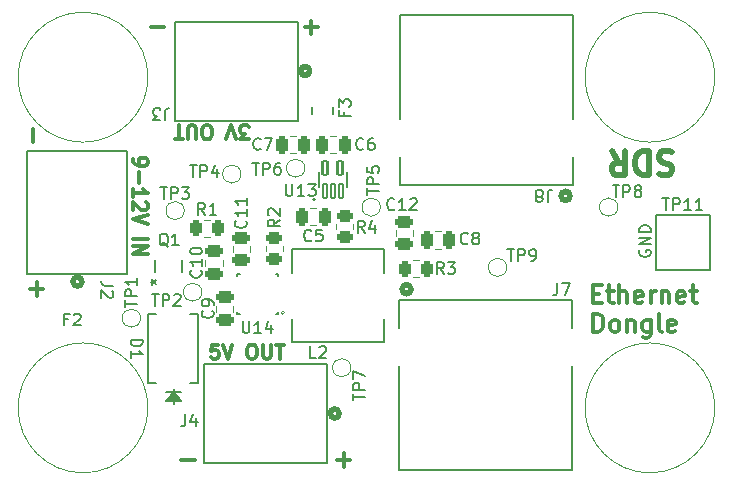
<source format=gto>
G04 #@! TF.GenerationSoftware,KiCad,Pcbnew,8.0.6*
G04 #@! TF.CreationDate,2025-03-29T16:44:26-07:00*
G04 #@! TF.ProjectId,RCA Radio Telescope,52434120-5261-4646-996f-2054656c6573,2.2*
G04 #@! TF.SameCoordinates,Original*
G04 #@! TF.FileFunction,Legend,Top*
G04 #@! TF.FilePolarity,Positive*
%FSLAX46Y46*%
G04 Gerber Fmt 4.6, Leading zero omitted, Abs format (unit mm)*
G04 Created by KiCad (PCBNEW 8.0.6) date 2025-03-29 16:44:26*
%MOMM*%
%LPD*%
G01*
G04 APERTURE LIST*
G04 Aperture macros list*
%AMRoundRect*
0 Rectangle with rounded corners*
0 $1 Rounding radius*
0 $2 $3 $4 $5 $6 $7 $8 $9 X,Y pos of 4 corners*
0 Add a 4 corners polygon primitive as box body*
4,1,4,$2,$3,$4,$5,$6,$7,$8,$9,$2,$3,0*
0 Add four circle primitives for the rounded corners*
1,1,$1+$1,$2,$3*
1,1,$1+$1,$4,$5*
1,1,$1+$1,$6,$7*
1,1,$1+$1,$8,$9*
0 Add four rect primitives between the rounded corners*
20,1,$1+$1,$2,$3,$4,$5,0*
20,1,$1+$1,$4,$5,$6,$7,0*
20,1,$1+$1,$6,$7,$8,$9,0*
20,1,$1+$1,$8,$9,$2,$3,0*%
G04 Aperture macros list end*
%ADD10C,0.100000*%
%ADD11C,0.500000*%
%ADD12C,0.375000*%
%ADD13C,0.300000*%
%ADD14C,0.150000*%
%ADD15C,0.152400*%
%ADD16C,0.508000*%
%ADD17C,0.120000*%
%ADD18C,0.200000*%
%ADD19C,0.127000*%
%ADD20C,0.000000*%
%ADD21C,1.422400*%
%ADD22C,2.800000*%
%ADD23C,1.000000*%
%ADD24RoundRect,0.250000X0.250000X0.475000X-0.250000X0.475000X-0.250000X-0.475000X0.250000X-0.475000X0*%
%ADD25R,4.000000X4.000000*%
%ADD26RoundRect,0.250000X0.475000X-0.250000X0.475000X0.250000X-0.475000X0.250000X-0.475000X-0.250000X0*%
%ADD27C,1.360000*%
%ADD28R,0.406400X0.508000*%
%ADD29R,0.279400X0.914400*%
%ADD30C,1.803400*%
%ADD31R,1.257300X3.251200*%
%ADD32RoundRect,0.250000X-0.475000X0.250000X-0.475000X-0.250000X0.475000X-0.250000X0.475000X0.250000X0*%
%ADD33RoundRect,0.250000X-0.262500X-0.450000X0.262500X-0.450000X0.262500X0.450000X-0.262500X0.450000X0*%
%ADD34RoundRect,0.250000X0.262500X0.450000X-0.262500X0.450000X-0.262500X-0.450000X0.262500X-0.450000X0*%
%ADD35RoundRect,0.250000X-0.450000X0.262500X-0.450000X-0.262500X0.450000X-0.262500X0.450000X0.262500X0*%
%ADD36R,0.599999X0.240000*%
%ADD37R,0.240000X0.599999*%
%ADD38R,1.679999X1.679999*%
%ADD39C,0.600000*%
%ADD40RoundRect,0.102000X0.187500X-0.585000X0.187500X0.585000X-0.187500X0.585000X-0.187500X-0.585000X0*%
%ADD41RoundRect,0.102000X0.150000X-0.585000X0.150000X0.585000X-0.150000X0.585000X-0.150000X-0.585000X0*%
%ADD42RoundRect,0.102000X0.200000X-0.585000X0.200000X0.585000X-0.200000X0.585000X-0.200000X-0.585000X0*%
%ADD43RoundRect,0.250000X-0.250000X-0.475000X0.250000X-0.475000X0.250000X0.475000X-0.250000X0.475000X0*%
%ADD44R,2.210000X2.180400*%
%ADD45R,1.498600X0.990600*%
G04 APERTURE END LIST*
D10*
X73500000Y-48000000D02*
G75*
G02*
X62500000Y-48000000I-5500000J0D01*
G01*
X62500000Y-48000000D02*
G75*
G02*
X73500000Y-48000000I5500000J0D01*
G01*
X25500000Y-48000000D02*
G75*
G02*
X14500000Y-48000000I-5500000J0D01*
G01*
X14500000Y-48000000D02*
G75*
G02*
X25500000Y-48000000I5500000J0D01*
G01*
X25500000Y-20000000D02*
G75*
G02*
X14500000Y-20000000I-5500000J0D01*
G01*
X14500000Y-20000000D02*
G75*
G02*
X25500000Y-20000000I5500000J0D01*
G01*
X73500000Y-20000000D02*
G75*
G02*
X62500000Y-20000000I-5500000J0D01*
G01*
X62500000Y-20000000D02*
G75*
G02*
X73500000Y-20000000I5500000J0D01*
G01*
D11*
X69890100Y-26366000D02*
X69604386Y-26270761D01*
X69604386Y-26270761D02*
X69128195Y-26270761D01*
X69128195Y-26270761D02*
X68937719Y-26366000D01*
X68937719Y-26366000D02*
X68842481Y-26461238D01*
X68842481Y-26461238D02*
X68747243Y-26651714D01*
X68747243Y-26651714D02*
X68747243Y-26842190D01*
X68747243Y-26842190D02*
X68842481Y-27032666D01*
X68842481Y-27032666D02*
X68937719Y-27127904D01*
X68937719Y-27127904D02*
X69128195Y-27223142D01*
X69128195Y-27223142D02*
X69509148Y-27318380D01*
X69509148Y-27318380D02*
X69699624Y-27413619D01*
X69699624Y-27413619D02*
X69794862Y-27508857D01*
X69794862Y-27508857D02*
X69890100Y-27699333D01*
X69890100Y-27699333D02*
X69890100Y-27889809D01*
X69890100Y-27889809D02*
X69794862Y-28080285D01*
X69794862Y-28080285D02*
X69699624Y-28175523D01*
X69699624Y-28175523D02*
X69509148Y-28270761D01*
X69509148Y-28270761D02*
X69032957Y-28270761D01*
X69032957Y-28270761D02*
X68747243Y-28175523D01*
X67890100Y-26270761D02*
X67890100Y-28270761D01*
X67890100Y-28270761D02*
X67413910Y-28270761D01*
X67413910Y-28270761D02*
X67128195Y-28175523D01*
X67128195Y-28175523D02*
X66937719Y-27985047D01*
X66937719Y-27985047D02*
X66842481Y-27794571D01*
X66842481Y-27794571D02*
X66747243Y-27413619D01*
X66747243Y-27413619D02*
X66747243Y-27127904D01*
X66747243Y-27127904D02*
X66842481Y-26746952D01*
X66842481Y-26746952D02*
X66937719Y-26556476D01*
X66937719Y-26556476D02*
X67128195Y-26366000D01*
X67128195Y-26366000D02*
X67413910Y-26270761D01*
X67413910Y-26270761D02*
X67890100Y-26270761D01*
X64747243Y-26270761D02*
X65413910Y-27223142D01*
X65890100Y-26270761D02*
X65890100Y-28270761D01*
X65890100Y-28270761D02*
X65128195Y-28270761D01*
X65128195Y-28270761D02*
X64937719Y-28175523D01*
X64937719Y-28175523D02*
X64842481Y-28080285D01*
X64842481Y-28080285D02*
X64747243Y-27889809D01*
X64747243Y-27889809D02*
X64747243Y-27604095D01*
X64747243Y-27604095D02*
X64842481Y-27413619D01*
X64842481Y-27413619D02*
X64937719Y-27318380D01*
X64937719Y-27318380D02*
X65128195Y-27223142D01*
X65128195Y-27223142D02*
X65890100Y-27223142D01*
D12*
X26896147Y-15774500D02*
X25753290Y-15774500D01*
X41503852Y-52425500D02*
X42646710Y-52425500D01*
X42075281Y-52996928D02*
X42075281Y-51854071D01*
X39896147Y-15774500D02*
X38753290Y-15774500D01*
X39324718Y-15203071D02*
X39324718Y-16345928D01*
X16072501Y-37353852D02*
X16072501Y-38496710D01*
X15501072Y-37925281D02*
X16643929Y-37925281D01*
X28303852Y-52425500D02*
X29446710Y-52425500D01*
D13*
X24262457Y-26940225D02*
X24262457Y-27168796D01*
X24262457Y-27168796D02*
X24319600Y-27283082D01*
X24319600Y-27283082D02*
X24376742Y-27340225D01*
X24376742Y-27340225D02*
X24548171Y-27454510D01*
X24548171Y-27454510D02*
X24776742Y-27511653D01*
X24776742Y-27511653D02*
X25233885Y-27511653D01*
X25233885Y-27511653D02*
X25348171Y-27454510D01*
X25348171Y-27454510D02*
X25405314Y-27397368D01*
X25405314Y-27397368D02*
X25462457Y-27283082D01*
X25462457Y-27283082D02*
X25462457Y-27054510D01*
X25462457Y-27054510D02*
X25405314Y-26940225D01*
X25405314Y-26940225D02*
X25348171Y-26883082D01*
X25348171Y-26883082D02*
X25233885Y-26825939D01*
X25233885Y-26825939D02*
X24948171Y-26825939D01*
X24948171Y-26825939D02*
X24833885Y-26883082D01*
X24833885Y-26883082D02*
X24776742Y-26940225D01*
X24776742Y-26940225D02*
X24719600Y-27054510D01*
X24719600Y-27054510D02*
X24719600Y-27283082D01*
X24719600Y-27283082D02*
X24776742Y-27397368D01*
X24776742Y-27397368D02*
X24833885Y-27454510D01*
X24833885Y-27454510D02*
X24948171Y-27511653D01*
X24719600Y-28025939D02*
X24719600Y-28940225D01*
X24262457Y-30140224D02*
X24262457Y-29454510D01*
X24262457Y-29797367D02*
X25462457Y-29797367D01*
X25462457Y-29797367D02*
X25291028Y-29683081D01*
X25291028Y-29683081D02*
X25176742Y-29568796D01*
X25176742Y-29568796D02*
X25119600Y-29454510D01*
X25348171Y-30597367D02*
X25405314Y-30654510D01*
X25405314Y-30654510D02*
X25462457Y-30768796D01*
X25462457Y-30768796D02*
X25462457Y-31054510D01*
X25462457Y-31054510D02*
X25405314Y-31168796D01*
X25405314Y-31168796D02*
X25348171Y-31225938D01*
X25348171Y-31225938D02*
X25233885Y-31283081D01*
X25233885Y-31283081D02*
X25119600Y-31283081D01*
X25119600Y-31283081D02*
X24948171Y-31225938D01*
X24948171Y-31225938D02*
X24262457Y-30540224D01*
X24262457Y-30540224D02*
X24262457Y-31283081D01*
X25462457Y-31625938D02*
X24262457Y-32025938D01*
X24262457Y-32025938D02*
X25462457Y-32425938D01*
X24262457Y-33740224D02*
X25462457Y-33740224D01*
X24262457Y-34311653D02*
X25462457Y-34311653D01*
X25462457Y-34311653D02*
X24262457Y-34997367D01*
X24262457Y-34997367D02*
X25462457Y-34997367D01*
D12*
X63203852Y-38346298D02*
X63703852Y-38346298D01*
X63918138Y-39132012D02*
X63203852Y-39132012D01*
X63203852Y-39132012D02*
X63203852Y-37632012D01*
X63203852Y-37632012D02*
X63918138Y-37632012D01*
X64346710Y-38132012D02*
X64918138Y-38132012D01*
X64560995Y-37632012D02*
X64560995Y-38917726D01*
X64560995Y-38917726D02*
X64632424Y-39060584D01*
X64632424Y-39060584D02*
X64775281Y-39132012D01*
X64775281Y-39132012D02*
X64918138Y-39132012D01*
X65418138Y-39132012D02*
X65418138Y-37632012D01*
X66060996Y-39132012D02*
X66060996Y-38346298D01*
X66060996Y-38346298D02*
X65989567Y-38203441D01*
X65989567Y-38203441D02*
X65846710Y-38132012D01*
X65846710Y-38132012D02*
X65632424Y-38132012D01*
X65632424Y-38132012D02*
X65489567Y-38203441D01*
X65489567Y-38203441D02*
X65418138Y-38274869D01*
X67346710Y-39060584D02*
X67203853Y-39132012D01*
X67203853Y-39132012D02*
X66918139Y-39132012D01*
X66918139Y-39132012D02*
X66775281Y-39060584D01*
X66775281Y-39060584D02*
X66703853Y-38917726D01*
X66703853Y-38917726D02*
X66703853Y-38346298D01*
X66703853Y-38346298D02*
X66775281Y-38203441D01*
X66775281Y-38203441D02*
X66918139Y-38132012D01*
X66918139Y-38132012D02*
X67203853Y-38132012D01*
X67203853Y-38132012D02*
X67346710Y-38203441D01*
X67346710Y-38203441D02*
X67418139Y-38346298D01*
X67418139Y-38346298D02*
X67418139Y-38489155D01*
X67418139Y-38489155D02*
X66703853Y-38632012D01*
X68060995Y-39132012D02*
X68060995Y-38132012D01*
X68060995Y-38417726D02*
X68132424Y-38274869D01*
X68132424Y-38274869D02*
X68203853Y-38203441D01*
X68203853Y-38203441D02*
X68346710Y-38132012D01*
X68346710Y-38132012D02*
X68489567Y-38132012D01*
X68989566Y-38132012D02*
X68989566Y-39132012D01*
X68989566Y-38274869D02*
X69060995Y-38203441D01*
X69060995Y-38203441D02*
X69203852Y-38132012D01*
X69203852Y-38132012D02*
X69418138Y-38132012D01*
X69418138Y-38132012D02*
X69560995Y-38203441D01*
X69560995Y-38203441D02*
X69632424Y-38346298D01*
X69632424Y-38346298D02*
X69632424Y-39132012D01*
X70918138Y-39060584D02*
X70775281Y-39132012D01*
X70775281Y-39132012D02*
X70489567Y-39132012D01*
X70489567Y-39132012D02*
X70346709Y-39060584D01*
X70346709Y-39060584D02*
X70275281Y-38917726D01*
X70275281Y-38917726D02*
X70275281Y-38346298D01*
X70275281Y-38346298D02*
X70346709Y-38203441D01*
X70346709Y-38203441D02*
X70489567Y-38132012D01*
X70489567Y-38132012D02*
X70775281Y-38132012D01*
X70775281Y-38132012D02*
X70918138Y-38203441D01*
X70918138Y-38203441D02*
X70989567Y-38346298D01*
X70989567Y-38346298D02*
X70989567Y-38489155D01*
X70989567Y-38489155D02*
X70275281Y-38632012D01*
X71418138Y-38132012D02*
X71989566Y-38132012D01*
X71632423Y-37632012D02*
X71632423Y-38917726D01*
X71632423Y-38917726D02*
X71703852Y-39060584D01*
X71703852Y-39060584D02*
X71846709Y-39132012D01*
X71846709Y-39132012D02*
X71989566Y-39132012D01*
X63203852Y-41546928D02*
X63203852Y-40046928D01*
X63203852Y-40046928D02*
X63560995Y-40046928D01*
X63560995Y-40046928D02*
X63775281Y-40118357D01*
X63775281Y-40118357D02*
X63918138Y-40261214D01*
X63918138Y-40261214D02*
X63989567Y-40404071D01*
X63989567Y-40404071D02*
X64060995Y-40689785D01*
X64060995Y-40689785D02*
X64060995Y-40904071D01*
X64060995Y-40904071D02*
X63989567Y-41189785D01*
X63989567Y-41189785D02*
X63918138Y-41332642D01*
X63918138Y-41332642D02*
X63775281Y-41475500D01*
X63775281Y-41475500D02*
X63560995Y-41546928D01*
X63560995Y-41546928D02*
X63203852Y-41546928D01*
X64918138Y-41546928D02*
X64775281Y-41475500D01*
X64775281Y-41475500D02*
X64703852Y-41404071D01*
X64703852Y-41404071D02*
X64632424Y-41261214D01*
X64632424Y-41261214D02*
X64632424Y-40832642D01*
X64632424Y-40832642D02*
X64703852Y-40689785D01*
X64703852Y-40689785D02*
X64775281Y-40618357D01*
X64775281Y-40618357D02*
X64918138Y-40546928D01*
X64918138Y-40546928D02*
X65132424Y-40546928D01*
X65132424Y-40546928D02*
X65275281Y-40618357D01*
X65275281Y-40618357D02*
X65346710Y-40689785D01*
X65346710Y-40689785D02*
X65418138Y-40832642D01*
X65418138Y-40832642D02*
X65418138Y-41261214D01*
X65418138Y-41261214D02*
X65346710Y-41404071D01*
X65346710Y-41404071D02*
X65275281Y-41475500D01*
X65275281Y-41475500D02*
X65132424Y-41546928D01*
X65132424Y-41546928D02*
X64918138Y-41546928D01*
X66060995Y-40546928D02*
X66060995Y-41546928D01*
X66060995Y-40689785D02*
X66132424Y-40618357D01*
X66132424Y-40618357D02*
X66275281Y-40546928D01*
X66275281Y-40546928D02*
X66489567Y-40546928D01*
X66489567Y-40546928D02*
X66632424Y-40618357D01*
X66632424Y-40618357D02*
X66703853Y-40761214D01*
X66703853Y-40761214D02*
X66703853Y-41546928D01*
X68060996Y-40546928D02*
X68060996Y-41761214D01*
X68060996Y-41761214D02*
X67989567Y-41904071D01*
X67989567Y-41904071D02*
X67918138Y-41975500D01*
X67918138Y-41975500D02*
X67775281Y-42046928D01*
X67775281Y-42046928D02*
X67560996Y-42046928D01*
X67560996Y-42046928D02*
X67418138Y-41975500D01*
X68060996Y-41475500D02*
X67918138Y-41546928D01*
X67918138Y-41546928D02*
X67632424Y-41546928D01*
X67632424Y-41546928D02*
X67489567Y-41475500D01*
X67489567Y-41475500D02*
X67418138Y-41404071D01*
X67418138Y-41404071D02*
X67346710Y-41261214D01*
X67346710Y-41261214D02*
X67346710Y-40832642D01*
X67346710Y-40832642D02*
X67418138Y-40689785D01*
X67418138Y-40689785D02*
X67489567Y-40618357D01*
X67489567Y-40618357D02*
X67632424Y-40546928D01*
X67632424Y-40546928D02*
X67918138Y-40546928D01*
X67918138Y-40546928D02*
X68060996Y-40618357D01*
X68989567Y-41546928D02*
X68846710Y-41475500D01*
X68846710Y-41475500D02*
X68775281Y-41332642D01*
X68775281Y-41332642D02*
X68775281Y-40046928D01*
X70132424Y-41475500D02*
X69989567Y-41546928D01*
X69989567Y-41546928D02*
X69703853Y-41546928D01*
X69703853Y-41546928D02*
X69560995Y-41475500D01*
X69560995Y-41475500D02*
X69489567Y-41332642D01*
X69489567Y-41332642D02*
X69489567Y-40761214D01*
X69489567Y-40761214D02*
X69560995Y-40618357D01*
X69560995Y-40618357D02*
X69703853Y-40546928D01*
X69703853Y-40546928D02*
X69989567Y-40546928D01*
X69989567Y-40546928D02*
X70132424Y-40618357D01*
X70132424Y-40618357D02*
X70203853Y-40761214D01*
X70203853Y-40761214D02*
X70203853Y-40904071D01*
X70203853Y-40904071D02*
X69489567Y-41046928D01*
D13*
X34031203Y-25262457D02*
X33288346Y-25262457D01*
X33288346Y-25262457D02*
X33688346Y-24805314D01*
X33688346Y-24805314D02*
X33516917Y-24805314D01*
X33516917Y-24805314D02*
X33402632Y-24748171D01*
X33402632Y-24748171D02*
X33345489Y-24691028D01*
X33345489Y-24691028D02*
X33288346Y-24576742D01*
X33288346Y-24576742D02*
X33288346Y-24291028D01*
X33288346Y-24291028D02*
X33345489Y-24176742D01*
X33345489Y-24176742D02*
X33402632Y-24119600D01*
X33402632Y-24119600D02*
X33516917Y-24062457D01*
X33516917Y-24062457D02*
X33859774Y-24062457D01*
X33859774Y-24062457D02*
X33974060Y-24119600D01*
X33974060Y-24119600D02*
X34031203Y-24176742D01*
X32945489Y-25262457D02*
X32545489Y-24062457D01*
X32545489Y-24062457D02*
X32145489Y-25262457D01*
X30602632Y-25262457D02*
X30374060Y-25262457D01*
X30374060Y-25262457D02*
X30259775Y-25205314D01*
X30259775Y-25205314D02*
X30145489Y-25091028D01*
X30145489Y-25091028D02*
X30088346Y-24862457D01*
X30088346Y-24862457D02*
X30088346Y-24462457D01*
X30088346Y-24462457D02*
X30145489Y-24233885D01*
X30145489Y-24233885D02*
X30259775Y-24119600D01*
X30259775Y-24119600D02*
X30374060Y-24062457D01*
X30374060Y-24062457D02*
X30602632Y-24062457D01*
X30602632Y-24062457D02*
X30716918Y-24119600D01*
X30716918Y-24119600D02*
X30831203Y-24233885D01*
X30831203Y-24233885D02*
X30888346Y-24462457D01*
X30888346Y-24462457D02*
X30888346Y-24862457D01*
X30888346Y-24862457D02*
X30831203Y-25091028D01*
X30831203Y-25091028D02*
X30716918Y-25205314D01*
X30716918Y-25205314D02*
X30602632Y-25262457D01*
X29574060Y-25262457D02*
X29574060Y-24291028D01*
X29574060Y-24291028D02*
X29516917Y-24176742D01*
X29516917Y-24176742D02*
X29459775Y-24119600D01*
X29459775Y-24119600D02*
X29345489Y-24062457D01*
X29345489Y-24062457D02*
X29116917Y-24062457D01*
X29116917Y-24062457D02*
X29002632Y-24119600D01*
X29002632Y-24119600D02*
X28945489Y-24176742D01*
X28945489Y-24176742D02*
X28888346Y-24291028D01*
X28888346Y-24291028D02*
X28888346Y-25262457D01*
X28488346Y-25262457D02*
X27802632Y-25262457D01*
X28145489Y-24062457D02*
X28145489Y-25262457D01*
D14*
X67117438Y-34639411D02*
X67069819Y-34734649D01*
X67069819Y-34734649D02*
X67069819Y-34877506D01*
X67069819Y-34877506D02*
X67117438Y-35020363D01*
X67117438Y-35020363D02*
X67212676Y-35115601D01*
X67212676Y-35115601D02*
X67307914Y-35163220D01*
X67307914Y-35163220D02*
X67498390Y-35210839D01*
X67498390Y-35210839D02*
X67641247Y-35210839D01*
X67641247Y-35210839D02*
X67831723Y-35163220D01*
X67831723Y-35163220D02*
X67926961Y-35115601D01*
X67926961Y-35115601D02*
X68022200Y-35020363D01*
X68022200Y-35020363D02*
X68069819Y-34877506D01*
X68069819Y-34877506D02*
X68069819Y-34782268D01*
X68069819Y-34782268D02*
X68022200Y-34639411D01*
X68022200Y-34639411D02*
X67974580Y-34591792D01*
X67974580Y-34591792D02*
X67641247Y-34591792D01*
X67641247Y-34591792D02*
X67641247Y-34782268D01*
X68069819Y-34163220D02*
X67069819Y-34163220D01*
X67069819Y-34163220D02*
X68069819Y-33591792D01*
X68069819Y-33591792D02*
X67069819Y-33591792D01*
X68069819Y-33115601D02*
X67069819Y-33115601D01*
X67069819Y-33115601D02*
X67069819Y-32877506D01*
X67069819Y-32877506D02*
X67117438Y-32734649D01*
X67117438Y-32734649D02*
X67212676Y-32639411D01*
X67212676Y-32639411D02*
X67307914Y-32591792D01*
X67307914Y-32591792D02*
X67498390Y-32544173D01*
X67498390Y-32544173D02*
X67641247Y-32544173D01*
X67641247Y-32544173D02*
X67831723Y-32591792D01*
X67831723Y-32591792D02*
X67926961Y-32639411D01*
X67926961Y-32639411D02*
X68022200Y-32734649D01*
X68022200Y-32734649D02*
X68069819Y-32877506D01*
X68069819Y-32877506D02*
X68069819Y-33115601D01*
D13*
X31454510Y-42637542D02*
X30883082Y-42637542D01*
X30883082Y-42637542D02*
X30825939Y-43208971D01*
X30825939Y-43208971D02*
X30883082Y-43151828D01*
X30883082Y-43151828D02*
X30997368Y-43094685D01*
X30997368Y-43094685D02*
X31283082Y-43094685D01*
X31283082Y-43094685D02*
X31397368Y-43151828D01*
X31397368Y-43151828D02*
X31454510Y-43208971D01*
X31454510Y-43208971D02*
X31511653Y-43323257D01*
X31511653Y-43323257D02*
X31511653Y-43608971D01*
X31511653Y-43608971D02*
X31454510Y-43723257D01*
X31454510Y-43723257D02*
X31397368Y-43780400D01*
X31397368Y-43780400D02*
X31283082Y-43837542D01*
X31283082Y-43837542D02*
X30997368Y-43837542D01*
X30997368Y-43837542D02*
X30883082Y-43780400D01*
X30883082Y-43780400D02*
X30825939Y-43723257D01*
X31854510Y-42637542D02*
X32254510Y-43837542D01*
X32254510Y-43837542D02*
X32654510Y-42637542D01*
X34197367Y-42637542D02*
X34425939Y-42637542D01*
X34425939Y-42637542D02*
X34540224Y-42694685D01*
X34540224Y-42694685D02*
X34654510Y-42808971D01*
X34654510Y-42808971D02*
X34711653Y-43037542D01*
X34711653Y-43037542D02*
X34711653Y-43437542D01*
X34711653Y-43437542D02*
X34654510Y-43666114D01*
X34654510Y-43666114D02*
X34540224Y-43780400D01*
X34540224Y-43780400D02*
X34425939Y-43837542D01*
X34425939Y-43837542D02*
X34197367Y-43837542D01*
X34197367Y-43837542D02*
X34083082Y-43780400D01*
X34083082Y-43780400D02*
X33968796Y-43666114D01*
X33968796Y-43666114D02*
X33911653Y-43437542D01*
X33911653Y-43437542D02*
X33911653Y-43037542D01*
X33911653Y-43037542D02*
X33968796Y-42808971D01*
X33968796Y-42808971D02*
X34083082Y-42694685D01*
X34083082Y-42694685D02*
X34197367Y-42637542D01*
X35225939Y-42637542D02*
X35225939Y-43608971D01*
X35225939Y-43608971D02*
X35283082Y-43723257D01*
X35283082Y-43723257D02*
X35340225Y-43780400D01*
X35340225Y-43780400D02*
X35454510Y-43837542D01*
X35454510Y-43837542D02*
X35683082Y-43837542D01*
X35683082Y-43837542D02*
X35797367Y-43780400D01*
X35797367Y-43780400D02*
X35854510Y-43723257D01*
X35854510Y-43723257D02*
X35911653Y-43608971D01*
X35911653Y-43608971D02*
X35911653Y-42637542D01*
X36311653Y-42637542D02*
X36997368Y-42637542D01*
X36654510Y-43837542D02*
X36654510Y-42637542D01*
D12*
X15774500Y-24353852D02*
X15774500Y-25496710D01*
D14*
X59333333Y-30545180D02*
X59333333Y-29830895D01*
X59333333Y-29830895D02*
X59380952Y-29688038D01*
X59380952Y-29688038D02*
X59476190Y-29592800D01*
X59476190Y-29592800D02*
X59619047Y-29545180D01*
X59619047Y-29545180D02*
X59714285Y-29545180D01*
X58714285Y-30116609D02*
X58809523Y-30164228D01*
X58809523Y-30164228D02*
X58857142Y-30211847D01*
X58857142Y-30211847D02*
X58904761Y-30307085D01*
X58904761Y-30307085D02*
X58904761Y-30354704D01*
X58904761Y-30354704D02*
X58857142Y-30449942D01*
X58857142Y-30449942D02*
X58809523Y-30497561D01*
X58809523Y-30497561D02*
X58714285Y-30545180D01*
X58714285Y-30545180D02*
X58523809Y-30545180D01*
X58523809Y-30545180D02*
X58428571Y-30497561D01*
X58428571Y-30497561D02*
X58380952Y-30449942D01*
X58380952Y-30449942D02*
X58333333Y-30354704D01*
X58333333Y-30354704D02*
X58333333Y-30307085D01*
X58333333Y-30307085D02*
X58380952Y-30211847D01*
X58380952Y-30211847D02*
X58428571Y-30164228D01*
X58428571Y-30164228D02*
X58523809Y-30116609D01*
X58523809Y-30116609D02*
X58714285Y-30116609D01*
X58714285Y-30116609D02*
X58809523Y-30068990D01*
X58809523Y-30068990D02*
X58857142Y-30021371D01*
X58857142Y-30021371D02*
X58904761Y-29926133D01*
X58904761Y-29926133D02*
X58904761Y-29735657D01*
X58904761Y-29735657D02*
X58857142Y-29640419D01*
X58857142Y-29640419D02*
X58809523Y-29592800D01*
X58809523Y-29592800D02*
X58714285Y-29545180D01*
X58714285Y-29545180D02*
X58523809Y-29545180D01*
X58523809Y-29545180D02*
X58428571Y-29592800D01*
X58428571Y-29592800D02*
X58380952Y-29640419D01*
X58380952Y-29640419D02*
X58333333Y-29735657D01*
X58333333Y-29735657D02*
X58333333Y-29926133D01*
X58333333Y-29926133D02*
X58380952Y-30021371D01*
X58380952Y-30021371D02*
X58428571Y-30068990D01*
X58428571Y-30068990D02*
X58523809Y-30116609D01*
X42854819Y-47361904D02*
X42854819Y-46790476D01*
X43854819Y-47076190D02*
X42854819Y-47076190D01*
X43854819Y-46457142D02*
X42854819Y-46457142D01*
X42854819Y-46457142D02*
X42854819Y-46076190D01*
X42854819Y-46076190D02*
X42902438Y-45980952D01*
X42902438Y-45980952D02*
X42950057Y-45933333D01*
X42950057Y-45933333D02*
X43045295Y-45885714D01*
X43045295Y-45885714D02*
X43188152Y-45885714D01*
X43188152Y-45885714D02*
X43283390Y-45933333D01*
X43283390Y-45933333D02*
X43331009Y-45980952D01*
X43331009Y-45980952D02*
X43378628Y-46076190D01*
X43378628Y-46076190D02*
X43378628Y-46457142D01*
X42854819Y-45552380D02*
X42854819Y-44885714D01*
X42854819Y-44885714D02*
X43854819Y-45314285D01*
X35033333Y-26059580D02*
X34985714Y-26107200D01*
X34985714Y-26107200D02*
X34842857Y-26154819D01*
X34842857Y-26154819D02*
X34747619Y-26154819D01*
X34747619Y-26154819D02*
X34604762Y-26107200D01*
X34604762Y-26107200D02*
X34509524Y-26011961D01*
X34509524Y-26011961D02*
X34461905Y-25916723D01*
X34461905Y-25916723D02*
X34414286Y-25726247D01*
X34414286Y-25726247D02*
X34414286Y-25583390D01*
X34414286Y-25583390D02*
X34461905Y-25392914D01*
X34461905Y-25392914D02*
X34509524Y-25297676D01*
X34509524Y-25297676D02*
X34604762Y-25202438D01*
X34604762Y-25202438D02*
X34747619Y-25154819D01*
X34747619Y-25154819D02*
X34842857Y-25154819D01*
X34842857Y-25154819D02*
X34985714Y-25202438D01*
X34985714Y-25202438D02*
X35033333Y-25250057D01*
X35366667Y-25154819D02*
X36033333Y-25154819D01*
X36033333Y-25154819D02*
X35604762Y-26154819D01*
X69061905Y-30254819D02*
X69633333Y-30254819D01*
X69347619Y-31254819D02*
X69347619Y-30254819D01*
X69966667Y-31254819D02*
X69966667Y-30254819D01*
X69966667Y-30254819D02*
X70347619Y-30254819D01*
X70347619Y-30254819D02*
X70442857Y-30302438D01*
X70442857Y-30302438D02*
X70490476Y-30350057D01*
X70490476Y-30350057D02*
X70538095Y-30445295D01*
X70538095Y-30445295D02*
X70538095Y-30588152D01*
X70538095Y-30588152D02*
X70490476Y-30683390D01*
X70490476Y-30683390D02*
X70442857Y-30731009D01*
X70442857Y-30731009D02*
X70347619Y-30778628D01*
X70347619Y-30778628D02*
X69966667Y-30778628D01*
X71490476Y-31254819D02*
X70919048Y-31254819D01*
X71204762Y-31254819D02*
X71204762Y-30254819D01*
X71204762Y-30254819D02*
X71109524Y-30397676D01*
X71109524Y-30397676D02*
X71014286Y-30492914D01*
X71014286Y-30492914D02*
X70919048Y-30540533D01*
X72442857Y-31254819D02*
X71871429Y-31254819D01*
X72157143Y-31254819D02*
X72157143Y-30254819D01*
X72157143Y-30254819D02*
X72061905Y-30397676D01*
X72061905Y-30397676D02*
X71966667Y-30492914D01*
X71966667Y-30492914D02*
X71871429Y-30540533D01*
X25838095Y-38354819D02*
X26409523Y-38354819D01*
X26123809Y-39354819D02*
X26123809Y-38354819D01*
X26742857Y-39354819D02*
X26742857Y-38354819D01*
X26742857Y-38354819D02*
X27123809Y-38354819D01*
X27123809Y-38354819D02*
X27219047Y-38402438D01*
X27219047Y-38402438D02*
X27266666Y-38450057D01*
X27266666Y-38450057D02*
X27314285Y-38545295D01*
X27314285Y-38545295D02*
X27314285Y-38688152D01*
X27314285Y-38688152D02*
X27266666Y-38783390D01*
X27266666Y-38783390D02*
X27219047Y-38831009D01*
X27219047Y-38831009D02*
X27123809Y-38878628D01*
X27123809Y-38878628D02*
X26742857Y-38878628D01*
X27695238Y-38450057D02*
X27742857Y-38402438D01*
X27742857Y-38402438D02*
X27838095Y-38354819D01*
X27838095Y-38354819D02*
X28076190Y-38354819D01*
X28076190Y-38354819D02*
X28171428Y-38402438D01*
X28171428Y-38402438D02*
X28219047Y-38450057D01*
X28219047Y-38450057D02*
X28266666Y-38545295D01*
X28266666Y-38545295D02*
X28266666Y-38640533D01*
X28266666Y-38640533D02*
X28219047Y-38783390D01*
X28219047Y-38783390D02*
X27647619Y-39354819D01*
X27647619Y-39354819D02*
X28266666Y-39354819D01*
X29959580Y-36342857D02*
X30007200Y-36390476D01*
X30007200Y-36390476D02*
X30054819Y-36533333D01*
X30054819Y-36533333D02*
X30054819Y-36628571D01*
X30054819Y-36628571D02*
X30007200Y-36771428D01*
X30007200Y-36771428D02*
X29911961Y-36866666D01*
X29911961Y-36866666D02*
X29816723Y-36914285D01*
X29816723Y-36914285D02*
X29626247Y-36961904D01*
X29626247Y-36961904D02*
X29483390Y-36961904D01*
X29483390Y-36961904D02*
X29292914Y-36914285D01*
X29292914Y-36914285D02*
X29197676Y-36866666D01*
X29197676Y-36866666D02*
X29102438Y-36771428D01*
X29102438Y-36771428D02*
X29054819Y-36628571D01*
X29054819Y-36628571D02*
X29054819Y-36533333D01*
X29054819Y-36533333D02*
X29102438Y-36390476D01*
X29102438Y-36390476D02*
X29150057Y-36342857D01*
X30054819Y-35390476D02*
X30054819Y-35961904D01*
X30054819Y-35676190D02*
X29054819Y-35676190D01*
X29054819Y-35676190D02*
X29197676Y-35771428D01*
X29197676Y-35771428D02*
X29292914Y-35866666D01*
X29292914Y-35866666D02*
X29340533Y-35961904D01*
X29054819Y-34771428D02*
X29054819Y-34676190D01*
X29054819Y-34676190D02*
X29102438Y-34580952D01*
X29102438Y-34580952D02*
X29150057Y-34533333D01*
X29150057Y-34533333D02*
X29245295Y-34485714D01*
X29245295Y-34485714D02*
X29435771Y-34438095D01*
X29435771Y-34438095D02*
X29673866Y-34438095D01*
X29673866Y-34438095D02*
X29864342Y-34485714D01*
X29864342Y-34485714D02*
X29959580Y-34533333D01*
X29959580Y-34533333D02*
X30007200Y-34580952D01*
X30007200Y-34580952D02*
X30054819Y-34676190D01*
X30054819Y-34676190D02*
X30054819Y-34771428D01*
X30054819Y-34771428D02*
X30007200Y-34866666D01*
X30007200Y-34866666D02*
X29959580Y-34914285D01*
X29959580Y-34914285D02*
X29864342Y-34961904D01*
X29864342Y-34961904D02*
X29673866Y-35009523D01*
X29673866Y-35009523D02*
X29435771Y-35009523D01*
X29435771Y-35009523D02*
X29245295Y-34961904D01*
X29245295Y-34961904D02*
X29150057Y-34914285D01*
X29150057Y-34914285D02*
X29102438Y-34866666D01*
X29102438Y-34866666D02*
X29054819Y-34771428D01*
X55938095Y-34554819D02*
X56509523Y-34554819D01*
X56223809Y-35554819D02*
X56223809Y-34554819D01*
X56842857Y-35554819D02*
X56842857Y-34554819D01*
X56842857Y-34554819D02*
X57223809Y-34554819D01*
X57223809Y-34554819D02*
X57319047Y-34602438D01*
X57319047Y-34602438D02*
X57366666Y-34650057D01*
X57366666Y-34650057D02*
X57414285Y-34745295D01*
X57414285Y-34745295D02*
X57414285Y-34888152D01*
X57414285Y-34888152D02*
X57366666Y-34983390D01*
X57366666Y-34983390D02*
X57319047Y-35031009D01*
X57319047Y-35031009D02*
X57223809Y-35078628D01*
X57223809Y-35078628D02*
X56842857Y-35078628D01*
X57890476Y-35554819D02*
X58080952Y-35554819D01*
X58080952Y-35554819D02*
X58176190Y-35507200D01*
X58176190Y-35507200D02*
X58223809Y-35459580D01*
X58223809Y-35459580D02*
X58319047Y-35316723D01*
X58319047Y-35316723D02*
X58366666Y-35126247D01*
X58366666Y-35126247D02*
X58366666Y-34745295D01*
X58366666Y-34745295D02*
X58319047Y-34650057D01*
X58319047Y-34650057D02*
X58271428Y-34602438D01*
X58271428Y-34602438D02*
X58176190Y-34554819D01*
X58176190Y-34554819D02*
X57985714Y-34554819D01*
X57985714Y-34554819D02*
X57890476Y-34602438D01*
X57890476Y-34602438D02*
X57842857Y-34650057D01*
X57842857Y-34650057D02*
X57795238Y-34745295D01*
X57795238Y-34745295D02*
X57795238Y-34983390D01*
X57795238Y-34983390D02*
X57842857Y-35078628D01*
X57842857Y-35078628D02*
X57890476Y-35126247D01*
X57890476Y-35126247D02*
X57985714Y-35173866D01*
X57985714Y-35173866D02*
X58176190Y-35173866D01*
X58176190Y-35173866D02*
X58271428Y-35126247D01*
X58271428Y-35126247D02*
X58319047Y-35078628D01*
X58319047Y-35078628D02*
X58366666Y-34983390D01*
X18741666Y-40496009D02*
X18408333Y-40496009D01*
X18408333Y-41019819D02*
X18408333Y-40019819D01*
X18408333Y-40019819D02*
X18884523Y-40019819D01*
X19217857Y-40115057D02*
X19265476Y-40067438D01*
X19265476Y-40067438D02*
X19360714Y-40019819D01*
X19360714Y-40019819D02*
X19598809Y-40019819D01*
X19598809Y-40019819D02*
X19694047Y-40067438D01*
X19694047Y-40067438D02*
X19741666Y-40115057D01*
X19741666Y-40115057D02*
X19789285Y-40210295D01*
X19789285Y-40210295D02*
X19789285Y-40305533D01*
X19789285Y-40305533D02*
X19741666Y-40448390D01*
X19741666Y-40448390D02*
X19170238Y-41019819D01*
X19170238Y-41019819D02*
X19789285Y-41019819D01*
X27204762Y-34345058D02*
X27109524Y-34297439D01*
X27109524Y-34297439D02*
X27014286Y-34202201D01*
X27014286Y-34202201D02*
X26871429Y-34059343D01*
X26871429Y-34059343D02*
X26776191Y-34011724D01*
X26776191Y-34011724D02*
X26680953Y-34011724D01*
X26728572Y-34249820D02*
X26633334Y-34202201D01*
X26633334Y-34202201D02*
X26538096Y-34106962D01*
X26538096Y-34106962D02*
X26490477Y-33916486D01*
X26490477Y-33916486D02*
X26490477Y-33583153D01*
X26490477Y-33583153D02*
X26538096Y-33392677D01*
X26538096Y-33392677D02*
X26633334Y-33297439D01*
X26633334Y-33297439D02*
X26728572Y-33249820D01*
X26728572Y-33249820D02*
X26919048Y-33249820D01*
X26919048Y-33249820D02*
X27014286Y-33297439D01*
X27014286Y-33297439D02*
X27109524Y-33392677D01*
X27109524Y-33392677D02*
X27157143Y-33583153D01*
X27157143Y-33583153D02*
X27157143Y-33916486D01*
X27157143Y-33916486D02*
X27109524Y-34106962D01*
X27109524Y-34106962D02*
X27014286Y-34202201D01*
X27014286Y-34202201D02*
X26919048Y-34249820D01*
X26919048Y-34249820D02*
X26728572Y-34249820D01*
X28109524Y-34249820D02*
X27538096Y-34249820D01*
X27823810Y-34249820D02*
X27823810Y-33249820D01*
X27823810Y-33249820D02*
X27728572Y-33392677D01*
X27728572Y-33392677D02*
X27633334Y-33487915D01*
X27633334Y-33487915D02*
X27538096Y-33535534D01*
X25719019Y-37350799D02*
X25957114Y-37350799D01*
X25861876Y-37588894D02*
X25957114Y-37350799D01*
X25957114Y-37350799D02*
X25861876Y-37112704D01*
X26147590Y-37493656D02*
X25957114Y-37350799D01*
X25957114Y-37350799D02*
X26147590Y-37207942D01*
X22545180Y-37666666D02*
X21830895Y-37666666D01*
X21830895Y-37666666D02*
X21688038Y-37619047D01*
X21688038Y-37619047D02*
X21592800Y-37523809D01*
X21592800Y-37523809D02*
X21545180Y-37380952D01*
X21545180Y-37380952D02*
X21545180Y-37285714D01*
X22449942Y-38095238D02*
X22497561Y-38142857D01*
X22497561Y-38142857D02*
X22545180Y-38238095D01*
X22545180Y-38238095D02*
X22545180Y-38476190D01*
X22545180Y-38476190D02*
X22497561Y-38571428D01*
X22497561Y-38571428D02*
X22449942Y-38619047D01*
X22449942Y-38619047D02*
X22354704Y-38666666D01*
X22354704Y-38666666D02*
X22259466Y-38666666D01*
X22259466Y-38666666D02*
X22116609Y-38619047D01*
X22116609Y-38619047D02*
X21545180Y-38047619D01*
X21545180Y-38047619D02*
X21545180Y-38666666D01*
X34338095Y-27254819D02*
X34909523Y-27254819D01*
X34623809Y-28254819D02*
X34623809Y-27254819D01*
X35242857Y-28254819D02*
X35242857Y-27254819D01*
X35242857Y-27254819D02*
X35623809Y-27254819D01*
X35623809Y-27254819D02*
X35719047Y-27302438D01*
X35719047Y-27302438D02*
X35766666Y-27350057D01*
X35766666Y-27350057D02*
X35814285Y-27445295D01*
X35814285Y-27445295D02*
X35814285Y-27588152D01*
X35814285Y-27588152D02*
X35766666Y-27683390D01*
X35766666Y-27683390D02*
X35719047Y-27731009D01*
X35719047Y-27731009D02*
X35623809Y-27778628D01*
X35623809Y-27778628D02*
X35242857Y-27778628D01*
X36671428Y-27254819D02*
X36480952Y-27254819D01*
X36480952Y-27254819D02*
X36385714Y-27302438D01*
X36385714Y-27302438D02*
X36338095Y-27350057D01*
X36338095Y-27350057D02*
X36242857Y-27492914D01*
X36242857Y-27492914D02*
X36195238Y-27683390D01*
X36195238Y-27683390D02*
X36195238Y-28064342D01*
X36195238Y-28064342D02*
X36242857Y-28159580D01*
X36242857Y-28159580D02*
X36290476Y-28207200D01*
X36290476Y-28207200D02*
X36385714Y-28254819D01*
X36385714Y-28254819D02*
X36576190Y-28254819D01*
X36576190Y-28254819D02*
X36671428Y-28207200D01*
X36671428Y-28207200D02*
X36719047Y-28159580D01*
X36719047Y-28159580D02*
X36766666Y-28064342D01*
X36766666Y-28064342D02*
X36766666Y-27826247D01*
X36766666Y-27826247D02*
X36719047Y-27731009D01*
X36719047Y-27731009D02*
X36671428Y-27683390D01*
X36671428Y-27683390D02*
X36576190Y-27635771D01*
X36576190Y-27635771D02*
X36385714Y-27635771D01*
X36385714Y-27635771D02*
X36290476Y-27683390D01*
X36290476Y-27683390D02*
X36242857Y-27731009D01*
X36242857Y-27731009D02*
X36195238Y-27826247D01*
X39733333Y-43754819D02*
X39257143Y-43754819D01*
X39257143Y-43754819D02*
X39257143Y-42754819D01*
X40019048Y-42850057D02*
X40066667Y-42802438D01*
X40066667Y-42802438D02*
X40161905Y-42754819D01*
X40161905Y-42754819D02*
X40400000Y-42754819D01*
X40400000Y-42754819D02*
X40495238Y-42802438D01*
X40495238Y-42802438D02*
X40542857Y-42850057D01*
X40542857Y-42850057D02*
X40590476Y-42945295D01*
X40590476Y-42945295D02*
X40590476Y-43040533D01*
X40590476Y-43040533D02*
X40542857Y-43183390D01*
X40542857Y-43183390D02*
X39971429Y-43754819D01*
X39971429Y-43754819D02*
X40590476Y-43754819D01*
X64838095Y-29154819D02*
X65409523Y-29154819D01*
X65123809Y-30154819D02*
X65123809Y-29154819D01*
X65742857Y-30154819D02*
X65742857Y-29154819D01*
X65742857Y-29154819D02*
X66123809Y-29154819D01*
X66123809Y-29154819D02*
X66219047Y-29202438D01*
X66219047Y-29202438D02*
X66266666Y-29250057D01*
X66266666Y-29250057D02*
X66314285Y-29345295D01*
X66314285Y-29345295D02*
X66314285Y-29488152D01*
X66314285Y-29488152D02*
X66266666Y-29583390D01*
X66266666Y-29583390D02*
X66219047Y-29631009D01*
X66219047Y-29631009D02*
X66123809Y-29678628D01*
X66123809Y-29678628D02*
X65742857Y-29678628D01*
X66885714Y-29583390D02*
X66790476Y-29535771D01*
X66790476Y-29535771D02*
X66742857Y-29488152D01*
X66742857Y-29488152D02*
X66695238Y-29392914D01*
X66695238Y-29392914D02*
X66695238Y-29345295D01*
X66695238Y-29345295D02*
X66742857Y-29250057D01*
X66742857Y-29250057D02*
X66790476Y-29202438D01*
X66790476Y-29202438D02*
X66885714Y-29154819D01*
X66885714Y-29154819D02*
X67076190Y-29154819D01*
X67076190Y-29154819D02*
X67171428Y-29202438D01*
X67171428Y-29202438D02*
X67219047Y-29250057D01*
X67219047Y-29250057D02*
X67266666Y-29345295D01*
X67266666Y-29345295D02*
X67266666Y-29392914D01*
X67266666Y-29392914D02*
X67219047Y-29488152D01*
X67219047Y-29488152D02*
X67171428Y-29535771D01*
X67171428Y-29535771D02*
X67076190Y-29583390D01*
X67076190Y-29583390D02*
X66885714Y-29583390D01*
X66885714Y-29583390D02*
X66790476Y-29631009D01*
X66790476Y-29631009D02*
X66742857Y-29678628D01*
X66742857Y-29678628D02*
X66695238Y-29773866D01*
X66695238Y-29773866D02*
X66695238Y-29964342D01*
X66695238Y-29964342D02*
X66742857Y-30059580D01*
X66742857Y-30059580D02*
X66790476Y-30107200D01*
X66790476Y-30107200D02*
X66885714Y-30154819D01*
X66885714Y-30154819D02*
X67076190Y-30154819D01*
X67076190Y-30154819D02*
X67171428Y-30107200D01*
X67171428Y-30107200D02*
X67219047Y-30059580D01*
X67219047Y-30059580D02*
X67266666Y-29964342D01*
X67266666Y-29964342D02*
X67266666Y-29773866D01*
X67266666Y-29773866D02*
X67219047Y-29678628D01*
X67219047Y-29678628D02*
X67171428Y-29631009D01*
X67171428Y-29631009D02*
X67076190Y-29583390D01*
X46357142Y-31159580D02*
X46309523Y-31207200D01*
X46309523Y-31207200D02*
X46166666Y-31254819D01*
X46166666Y-31254819D02*
X46071428Y-31254819D01*
X46071428Y-31254819D02*
X45928571Y-31207200D01*
X45928571Y-31207200D02*
X45833333Y-31111961D01*
X45833333Y-31111961D02*
X45785714Y-31016723D01*
X45785714Y-31016723D02*
X45738095Y-30826247D01*
X45738095Y-30826247D02*
X45738095Y-30683390D01*
X45738095Y-30683390D02*
X45785714Y-30492914D01*
X45785714Y-30492914D02*
X45833333Y-30397676D01*
X45833333Y-30397676D02*
X45928571Y-30302438D01*
X45928571Y-30302438D02*
X46071428Y-30254819D01*
X46071428Y-30254819D02*
X46166666Y-30254819D01*
X46166666Y-30254819D02*
X46309523Y-30302438D01*
X46309523Y-30302438D02*
X46357142Y-30350057D01*
X47309523Y-31254819D02*
X46738095Y-31254819D01*
X47023809Y-31254819D02*
X47023809Y-30254819D01*
X47023809Y-30254819D02*
X46928571Y-30397676D01*
X46928571Y-30397676D02*
X46833333Y-30492914D01*
X46833333Y-30492914D02*
X46738095Y-30540533D01*
X47690476Y-30350057D02*
X47738095Y-30302438D01*
X47738095Y-30302438D02*
X47833333Y-30254819D01*
X47833333Y-30254819D02*
X48071428Y-30254819D01*
X48071428Y-30254819D02*
X48166666Y-30302438D01*
X48166666Y-30302438D02*
X48214285Y-30350057D01*
X48214285Y-30350057D02*
X48261904Y-30445295D01*
X48261904Y-30445295D02*
X48261904Y-30540533D01*
X48261904Y-30540533D02*
X48214285Y-30683390D01*
X48214285Y-30683390D02*
X47642857Y-31254819D01*
X47642857Y-31254819D02*
X48261904Y-31254819D01*
X33759580Y-32142857D02*
X33807200Y-32190476D01*
X33807200Y-32190476D02*
X33854819Y-32333333D01*
X33854819Y-32333333D02*
X33854819Y-32428571D01*
X33854819Y-32428571D02*
X33807200Y-32571428D01*
X33807200Y-32571428D02*
X33711961Y-32666666D01*
X33711961Y-32666666D02*
X33616723Y-32714285D01*
X33616723Y-32714285D02*
X33426247Y-32761904D01*
X33426247Y-32761904D02*
X33283390Y-32761904D01*
X33283390Y-32761904D02*
X33092914Y-32714285D01*
X33092914Y-32714285D02*
X32997676Y-32666666D01*
X32997676Y-32666666D02*
X32902438Y-32571428D01*
X32902438Y-32571428D02*
X32854819Y-32428571D01*
X32854819Y-32428571D02*
X32854819Y-32333333D01*
X32854819Y-32333333D02*
X32902438Y-32190476D01*
X32902438Y-32190476D02*
X32950057Y-32142857D01*
X33854819Y-31190476D02*
X33854819Y-31761904D01*
X33854819Y-31476190D02*
X32854819Y-31476190D01*
X32854819Y-31476190D02*
X32997676Y-31571428D01*
X32997676Y-31571428D02*
X33092914Y-31666666D01*
X33092914Y-31666666D02*
X33140533Y-31761904D01*
X33854819Y-30238095D02*
X33854819Y-30809523D01*
X33854819Y-30523809D02*
X32854819Y-30523809D01*
X32854819Y-30523809D02*
X32997676Y-30619047D01*
X32997676Y-30619047D02*
X33092914Y-30714285D01*
X33092914Y-30714285D02*
X33140533Y-30809523D01*
X30959580Y-39766666D02*
X31007200Y-39814285D01*
X31007200Y-39814285D02*
X31054819Y-39957142D01*
X31054819Y-39957142D02*
X31054819Y-40052380D01*
X31054819Y-40052380D02*
X31007200Y-40195237D01*
X31007200Y-40195237D02*
X30911961Y-40290475D01*
X30911961Y-40290475D02*
X30816723Y-40338094D01*
X30816723Y-40338094D02*
X30626247Y-40385713D01*
X30626247Y-40385713D02*
X30483390Y-40385713D01*
X30483390Y-40385713D02*
X30292914Y-40338094D01*
X30292914Y-40338094D02*
X30197676Y-40290475D01*
X30197676Y-40290475D02*
X30102438Y-40195237D01*
X30102438Y-40195237D02*
X30054819Y-40052380D01*
X30054819Y-40052380D02*
X30054819Y-39957142D01*
X30054819Y-39957142D02*
X30102438Y-39814285D01*
X30102438Y-39814285D02*
X30150057Y-39766666D01*
X31054819Y-39290475D02*
X31054819Y-39099999D01*
X31054819Y-39099999D02*
X31007200Y-39004761D01*
X31007200Y-39004761D02*
X30959580Y-38957142D01*
X30959580Y-38957142D02*
X30816723Y-38861904D01*
X30816723Y-38861904D02*
X30626247Y-38814285D01*
X30626247Y-38814285D02*
X30245295Y-38814285D01*
X30245295Y-38814285D02*
X30150057Y-38861904D01*
X30150057Y-38861904D02*
X30102438Y-38909523D01*
X30102438Y-38909523D02*
X30054819Y-39004761D01*
X30054819Y-39004761D02*
X30054819Y-39195237D01*
X30054819Y-39195237D02*
X30102438Y-39290475D01*
X30102438Y-39290475D02*
X30150057Y-39338094D01*
X30150057Y-39338094D02*
X30245295Y-39385713D01*
X30245295Y-39385713D02*
X30483390Y-39385713D01*
X30483390Y-39385713D02*
X30578628Y-39338094D01*
X30578628Y-39338094D02*
X30626247Y-39290475D01*
X30626247Y-39290475D02*
X30673866Y-39195237D01*
X30673866Y-39195237D02*
X30673866Y-39004761D01*
X30673866Y-39004761D02*
X30626247Y-38909523D01*
X30626247Y-38909523D02*
X30578628Y-38861904D01*
X30578628Y-38861904D02*
X30483390Y-38814285D01*
X30333333Y-31654819D02*
X30000000Y-31178628D01*
X29761905Y-31654819D02*
X29761905Y-30654819D01*
X29761905Y-30654819D02*
X30142857Y-30654819D01*
X30142857Y-30654819D02*
X30238095Y-30702438D01*
X30238095Y-30702438D02*
X30285714Y-30750057D01*
X30285714Y-30750057D02*
X30333333Y-30845295D01*
X30333333Y-30845295D02*
X30333333Y-30988152D01*
X30333333Y-30988152D02*
X30285714Y-31083390D01*
X30285714Y-31083390D02*
X30238095Y-31131009D01*
X30238095Y-31131009D02*
X30142857Y-31178628D01*
X30142857Y-31178628D02*
X29761905Y-31178628D01*
X31285714Y-31654819D02*
X30714286Y-31654819D01*
X31000000Y-31654819D02*
X31000000Y-30654819D01*
X31000000Y-30654819D02*
X30904762Y-30797676D01*
X30904762Y-30797676D02*
X30809524Y-30892914D01*
X30809524Y-30892914D02*
X30714286Y-30940533D01*
X50533333Y-36654819D02*
X50200000Y-36178628D01*
X49961905Y-36654819D02*
X49961905Y-35654819D01*
X49961905Y-35654819D02*
X50342857Y-35654819D01*
X50342857Y-35654819D02*
X50438095Y-35702438D01*
X50438095Y-35702438D02*
X50485714Y-35750057D01*
X50485714Y-35750057D02*
X50533333Y-35845295D01*
X50533333Y-35845295D02*
X50533333Y-35988152D01*
X50533333Y-35988152D02*
X50485714Y-36083390D01*
X50485714Y-36083390D02*
X50438095Y-36131009D01*
X50438095Y-36131009D02*
X50342857Y-36178628D01*
X50342857Y-36178628D02*
X49961905Y-36178628D01*
X50866667Y-35654819D02*
X51485714Y-35654819D01*
X51485714Y-35654819D02*
X51152381Y-36035771D01*
X51152381Y-36035771D02*
X51295238Y-36035771D01*
X51295238Y-36035771D02*
X51390476Y-36083390D01*
X51390476Y-36083390D02*
X51438095Y-36131009D01*
X51438095Y-36131009D02*
X51485714Y-36226247D01*
X51485714Y-36226247D02*
X51485714Y-36464342D01*
X51485714Y-36464342D02*
X51438095Y-36559580D01*
X51438095Y-36559580D02*
X51390476Y-36607200D01*
X51390476Y-36607200D02*
X51295238Y-36654819D01*
X51295238Y-36654819D02*
X51009524Y-36654819D01*
X51009524Y-36654819D02*
X50914286Y-36607200D01*
X50914286Y-36607200D02*
X50866667Y-36559580D01*
X36654819Y-32066666D02*
X36178628Y-32399999D01*
X36654819Y-32638094D02*
X35654819Y-32638094D01*
X35654819Y-32638094D02*
X35654819Y-32257142D01*
X35654819Y-32257142D02*
X35702438Y-32161904D01*
X35702438Y-32161904D02*
X35750057Y-32114285D01*
X35750057Y-32114285D02*
X35845295Y-32066666D01*
X35845295Y-32066666D02*
X35988152Y-32066666D01*
X35988152Y-32066666D02*
X36083390Y-32114285D01*
X36083390Y-32114285D02*
X36131009Y-32161904D01*
X36131009Y-32161904D02*
X36178628Y-32257142D01*
X36178628Y-32257142D02*
X36178628Y-32638094D01*
X35750057Y-31685713D02*
X35702438Y-31638094D01*
X35702438Y-31638094D02*
X35654819Y-31542856D01*
X35654819Y-31542856D02*
X35654819Y-31304761D01*
X35654819Y-31304761D02*
X35702438Y-31209523D01*
X35702438Y-31209523D02*
X35750057Y-31161904D01*
X35750057Y-31161904D02*
X35845295Y-31114285D01*
X35845295Y-31114285D02*
X35940533Y-31114285D01*
X35940533Y-31114285D02*
X36083390Y-31161904D01*
X36083390Y-31161904D02*
X36654819Y-31733332D01*
X36654819Y-31733332D02*
X36654819Y-31114285D01*
X28666666Y-48554819D02*
X28666666Y-49269104D01*
X28666666Y-49269104D02*
X28619047Y-49411961D01*
X28619047Y-49411961D02*
X28523809Y-49507200D01*
X28523809Y-49507200D02*
X28380952Y-49554819D01*
X28380952Y-49554819D02*
X28285714Y-49554819D01*
X29571428Y-48888152D02*
X29571428Y-49554819D01*
X29333333Y-48507200D02*
X29095238Y-49221485D01*
X29095238Y-49221485D02*
X29714285Y-49221485D01*
X60166666Y-37454819D02*
X60166666Y-38169104D01*
X60166666Y-38169104D02*
X60119047Y-38311961D01*
X60119047Y-38311961D02*
X60023809Y-38407200D01*
X60023809Y-38407200D02*
X59880952Y-38454819D01*
X59880952Y-38454819D02*
X59785714Y-38454819D01*
X60547619Y-37454819D02*
X61214285Y-37454819D01*
X61214285Y-37454819D02*
X60785714Y-38454819D01*
X33511905Y-40654819D02*
X33511905Y-41464342D01*
X33511905Y-41464342D02*
X33559524Y-41559580D01*
X33559524Y-41559580D02*
X33607143Y-41607200D01*
X33607143Y-41607200D02*
X33702381Y-41654819D01*
X33702381Y-41654819D02*
X33892857Y-41654819D01*
X33892857Y-41654819D02*
X33988095Y-41607200D01*
X33988095Y-41607200D02*
X34035714Y-41559580D01*
X34035714Y-41559580D02*
X34083333Y-41464342D01*
X34083333Y-41464342D02*
X34083333Y-40654819D01*
X35083333Y-41654819D02*
X34511905Y-41654819D01*
X34797619Y-41654819D02*
X34797619Y-40654819D01*
X34797619Y-40654819D02*
X34702381Y-40797676D01*
X34702381Y-40797676D02*
X34607143Y-40892914D01*
X34607143Y-40892914D02*
X34511905Y-40940533D01*
X35940476Y-40988152D02*
X35940476Y-41654819D01*
X35702381Y-40607200D02*
X35464286Y-41321485D01*
X35464286Y-41321485D02*
X36083333Y-41321485D01*
X37161905Y-29054819D02*
X37161905Y-29864342D01*
X37161905Y-29864342D02*
X37209524Y-29959580D01*
X37209524Y-29959580D02*
X37257143Y-30007200D01*
X37257143Y-30007200D02*
X37352381Y-30054819D01*
X37352381Y-30054819D02*
X37542857Y-30054819D01*
X37542857Y-30054819D02*
X37638095Y-30007200D01*
X37638095Y-30007200D02*
X37685714Y-29959580D01*
X37685714Y-29959580D02*
X37733333Y-29864342D01*
X37733333Y-29864342D02*
X37733333Y-29054819D01*
X38733333Y-30054819D02*
X38161905Y-30054819D01*
X38447619Y-30054819D02*
X38447619Y-29054819D01*
X38447619Y-29054819D02*
X38352381Y-29197676D01*
X38352381Y-29197676D02*
X38257143Y-29292914D01*
X38257143Y-29292914D02*
X38161905Y-29340533D01*
X39066667Y-29054819D02*
X39685714Y-29054819D01*
X39685714Y-29054819D02*
X39352381Y-29435771D01*
X39352381Y-29435771D02*
X39495238Y-29435771D01*
X39495238Y-29435771D02*
X39590476Y-29483390D01*
X39590476Y-29483390D02*
X39638095Y-29531009D01*
X39638095Y-29531009D02*
X39685714Y-29626247D01*
X39685714Y-29626247D02*
X39685714Y-29864342D01*
X39685714Y-29864342D02*
X39638095Y-29959580D01*
X39638095Y-29959580D02*
X39590476Y-30007200D01*
X39590476Y-30007200D02*
X39495238Y-30054819D01*
X39495238Y-30054819D02*
X39209524Y-30054819D01*
X39209524Y-30054819D02*
X39114286Y-30007200D01*
X39114286Y-30007200D02*
X39066667Y-29959580D01*
X44054819Y-29961904D02*
X44054819Y-29390476D01*
X45054819Y-29676190D02*
X44054819Y-29676190D01*
X45054819Y-29057142D02*
X44054819Y-29057142D01*
X44054819Y-29057142D02*
X44054819Y-28676190D01*
X44054819Y-28676190D02*
X44102438Y-28580952D01*
X44102438Y-28580952D02*
X44150057Y-28533333D01*
X44150057Y-28533333D02*
X44245295Y-28485714D01*
X44245295Y-28485714D02*
X44388152Y-28485714D01*
X44388152Y-28485714D02*
X44483390Y-28533333D01*
X44483390Y-28533333D02*
X44531009Y-28580952D01*
X44531009Y-28580952D02*
X44578628Y-28676190D01*
X44578628Y-28676190D02*
X44578628Y-29057142D01*
X44054819Y-27580952D02*
X44054819Y-28057142D01*
X44054819Y-28057142D02*
X44531009Y-28104761D01*
X44531009Y-28104761D02*
X44483390Y-28057142D01*
X44483390Y-28057142D02*
X44435771Y-27961904D01*
X44435771Y-27961904D02*
X44435771Y-27723809D01*
X44435771Y-27723809D02*
X44483390Y-27628571D01*
X44483390Y-27628571D02*
X44531009Y-27580952D01*
X44531009Y-27580952D02*
X44626247Y-27533333D01*
X44626247Y-27533333D02*
X44864342Y-27533333D01*
X44864342Y-27533333D02*
X44959580Y-27580952D01*
X44959580Y-27580952D02*
X45007200Y-27628571D01*
X45007200Y-27628571D02*
X45054819Y-27723809D01*
X45054819Y-27723809D02*
X45054819Y-27961904D01*
X45054819Y-27961904D02*
X45007200Y-28057142D01*
X45007200Y-28057142D02*
X44959580Y-28104761D01*
X43733333Y-26059580D02*
X43685714Y-26107200D01*
X43685714Y-26107200D02*
X43542857Y-26154819D01*
X43542857Y-26154819D02*
X43447619Y-26154819D01*
X43447619Y-26154819D02*
X43304762Y-26107200D01*
X43304762Y-26107200D02*
X43209524Y-26011961D01*
X43209524Y-26011961D02*
X43161905Y-25916723D01*
X43161905Y-25916723D02*
X43114286Y-25726247D01*
X43114286Y-25726247D02*
X43114286Y-25583390D01*
X43114286Y-25583390D02*
X43161905Y-25392914D01*
X43161905Y-25392914D02*
X43209524Y-25297676D01*
X43209524Y-25297676D02*
X43304762Y-25202438D01*
X43304762Y-25202438D02*
X43447619Y-25154819D01*
X43447619Y-25154819D02*
X43542857Y-25154819D01*
X43542857Y-25154819D02*
X43685714Y-25202438D01*
X43685714Y-25202438D02*
X43733333Y-25250057D01*
X44590476Y-25154819D02*
X44400000Y-25154819D01*
X44400000Y-25154819D02*
X44304762Y-25202438D01*
X44304762Y-25202438D02*
X44257143Y-25250057D01*
X44257143Y-25250057D02*
X44161905Y-25392914D01*
X44161905Y-25392914D02*
X44114286Y-25583390D01*
X44114286Y-25583390D02*
X44114286Y-25964342D01*
X44114286Y-25964342D02*
X44161905Y-26059580D01*
X44161905Y-26059580D02*
X44209524Y-26107200D01*
X44209524Y-26107200D02*
X44304762Y-26154819D01*
X44304762Y-26154819D02*
X44495238Y-26154819D01*
X44495238Y-26154819D02*
X44590476Y-26107200D01*
X44590476Y-26107200D02*
X44638095Y-26059580D01*
X44638095Y-26059580D02*
X44685714Y-25964342D01*
X44685714Y-25964342D02*
X44685714Y-25726247D01*
X44685714Y-25726247D02*
X44638095Y-25631009D01*
X44638095Y-25631009D02*
X44590476Y-25583390D01*
X44590476Y-25583390D02*
X44495238Y-25535771D01*
X44495238Y-25535771D02*
X44304762Y-25535771D01*
X44304762Y-25535771D02*
X44209524Y-25583390D01*
X44209524Y-25583390D02*
X44161905Y-25631009D01*
X44161905Y-25631009D02*
X44114286Y-25726247D01*
X24045180Y-42219105D02*
X25045180Y-42219105D01*
X25045180Y-42219105D02*
X25045180Y-42457200D01*
X25045180Y-42457200D02*
X24997561Y-42600057D01*
X24997561Y-42600057D02*
X24902323Y-42695295D01*
X24902323Y-42695295D02*
X24807085Y-42742914D01*
X24807085Y-42742914D02*
X24616609Y-42790533D01*
X24616609Y-42790533D02*
X24473752Y-42790533D01*
X24473752Y-42790533D02*
X24283276Y-42742914D01*
X24283276Y-42742914D02*
X24188038Y-42695295D01*
X24188038Y-42695295D02*
X24092800Y-42600057D01*
X24092800Y-42600057D02*
X24045180Y-42457200D01*
X24045180Y-42457200D02*
X24045180Y-42219105D01*
X24045180Y-43742914D02*
X24045180Y-43171486D01*
X24045180Y-43457200D02*
X25045180Y-43457200D01*
X25045180Y-43457200D02*
X24902323Y-43361962D01*
X24902323Y-43361962D02*
X24807085Y-43266724D01*
X24807085Y-43266724D02*
X24759466Y-43171486D01*
X26933333Y-23645180D02*
X26933333Y-22930895D01*
X26933333Y-22930895D02*
X26980952Y-22788038D01*
X26980952Y-22788038D02*
X27076190Y-22692800D01*
X27076190Y-22692800D02*
X27219047Y-22645180D01*
X27219047Y-22645180D02*
X27314285Y-22645180D01*
X26552380Y-23645180D02*
X25933333Y-23645180D01*
X25933333Y-23645180D02*
X26266666Y-23264228D01*
X26266666Y-23264228D02*
X26123809Y-23264228D01*
X26123809Y-23264228D02*
X26028571Y-23216609D01*
X26028571Y-23216609D02*
X25980952Y-23168990D01*
X25980952Y-23168990D02*
X25933333Y-23073752D01*
X25933333Y-23073752D02*
X25933333Y-22835657D01*
X25933333Y-22835657D02*
X25980952Y-22740419D01*
X25980952Y-22740419D02*
X26028571Y-22692800D01*
X26028571Y-22692800D02*
X26123809Y-22645180D01*
X26123809Y-22645180D02*
X26409523Y-22645180D01*
X26409523Y-22645180D02*
X26504761Y-22692800D01*
X26504761Y-22692800D02*
X26552380Y-22740419D01*
X26538095Y-29306819D02*
X27109523Y-29306819D01*
X26823809Y-30306819D02*
X26823809Y-29306819D01*
X27442857Y-30306819D02*
X27442857Y-29306819D01*
X27442857Y-29306819D02*
X27823809Y-29306819D01*
X27823809Y-29306819D02*
X27919047Y-29354438D01*
X27919047Y-29354438D02*
X27966666Y-29402057D01*
X27966666Y-29402057D02*
X28014285Y-29497295D01*
X28014285Y-29497295D02*
X28014285Y-29640152D01*
X28014285Y-29640152D02*
X27966666Y-29735390D01*
X27966666Y-29735390D02*
X27919047Y-29783009D01*
X27919047Y-29783009D02*
X27823809Y-29830628D01*
X27823809Y-29830628D02*
X27442857Y-29830628D01*
X28347619Y-29306819D02*
X28966666Y-29306819D01*
X28966666Y-29306819D02*
X28633333Y-29687771D01*
X28633333Y-29687771D02*
X28776190Y-29687771D01*
X28776190Y-29687771D02*
X28871428Y-29735390D01*
X28871428Y-29735390D02*
X28919047Y-29783009D01*
X28919047Y-29783009D02*
X28966666Y-29878247D01*
X28966666Y-29878247D02*
X28966666Y-30116342D01*
X28966666Y-30116342D02*
X28919047Y-30211580D01*
X28919047Y-30211580D02*
X28871428Y-30259200D01*
X28871428Y-30259200D02*
X28776190Y-30306819D01*
X28776190Y-30306819D02*
X28490476Y-30306819D01*
X28490476Y-30306819D02*
X28395238Y-30259200D01*
X28395238Y-30259200D02*
X28347619Y-30211580D01*
X42131009Y-22933333D02*
X42131009Y-23266666D01*
X42654819Y-23266666D02*
X41654819Y-23266666D01*
X41654819Y-23266666D02*
X41654819Y-22790476D01*
X41654819Y-22504761D02*
X41654819Y-21885714D01*
X41654819Y-21885714D02*
X42035771Y-22219047D01*
X42035771Y-22219047D02*
X42035771Y-22076190D01*
X42035771Y-22076190D02*
X42083390Y-21980952D01*
X42083390Y-21980952D02*
X42131009Y-21933333D01*
X42131009Y-21933333D02*
X42226247Y-21885714D01*
X42226247Y-21885714D02*
X42464342Y-21885714D01*
X42464342Y-21885714D02*
X42559580Y-21933333D01*
X42559580Y-21933333D02*
X42607200Y-21980952D01*
X42607200Y-21980952D02*
X42654819Y-22076190D01*
X42654819Y-22076190D02*
X42654819Y-22361904D01*
X42654819Y-22361904D02*
X42607200Y-22457142D01*
X42607200Y-22457142D02*
X42559580Y-22504761D01*
X39333333Y-33809580D02*
X39285714Y-33857200D01*
X39285714Y-33857200D02*
X39142857Y-33904819D01*
X39142857Y-33904819D02*
X39047619Y-33904819D01*
X39047619Y-33904819D02*
X38904762Y-33857200D01*
X38904762Y-33857200D02*
X38809524Y-33761961D01*
X38809524Y-33761961D02*
X38761905Y-33666723D01*
X38761905Y-33666723D02*
X38714286Y-33476247D01*
X38714286Y-33476247D02*
X38714286Y-33333390D01*
X38714286Y-33333390D02*
X38761905Y-33142914D01*
X38761905Y-33142914D02*
X38809524Y-33047676D01*
X38809524Y-33047676D02*
X38904762Y-32952438D01*
X38904762Y-32952438D02*
X39047619Y-32904819D01*
X39047619Y-32904819D02*
X39142857Y-32904819D01*
X39142857Y-32904819D02*
X39285714Y-32952438D01*
X39285714Y-32952438D02*
X39333333Y-33000057D01*
X40238095Y-32904819D02*
X39761905Y-32904819D01*
X39761905Y-32904819D02*
X39714286Y-33381009D01*
X39714286Y-33381009D02*
X39761905Y-33333390D01*
X39761905Y-33333390D02*
X39857143Y-33285771D01*
X39857143Y-33285771D02*
X40095238Y-33285771D01*
X40095238Y-33285771D02*
X40190476Y-33333390D01*
X40190476Y-33333390D02*
X40238095Y-33381009D01*
X40238095Y-33381009D02*
X40285714Y-33476247D01*
X40285714Y-33476247D02*
X40285714Y-33714342D01*
X40285714Y-33714342D02*
X40238095Y-33809580D01*
X40238095Y-33809580D02*
X40190476Y-33857200D01*
X40190476Y-33857200D02*
X40095238Y-33904819D01*
X40095238Y-33904819D02*
X39857143Y-33904819D01*
X39857143Y-33904819D02*
X39761905Y-33857200D01*
X39761905Y-33857200D02*
X39714286Y-33809580D01*
X29038095Y-27454819D02*
X29609523Y-27454819D01*
X29323809Y-28454819D02*
X29323809Y-27454819D01*
X29942857Y-28454819D02*
X29942857Y-27454819D01*
X29942857Y-27454819D02*
X30323809Y-27454819D01*
X30323809Y-27454819D02*
X30419047Y-27502438D01*
X30419047Y-27502438D02*
X30466666Y-27550057D01*
X30466666Y-27550057D02*
X30514285Y-27645295D01*
X30514285Y-27645295D02*
X30514285Y-27788152D01*
X30514285Y-27788152D02*
X30466666Y-27883390D01*
X30466666Y-27883390D02*
X30419047Y-27931009D01*
X30419047Y-27931009D02*
X30323809Y-27978628D01*
X30323809Y-27978628D02*
X29942857Y-27978628D01*
X31371428Y-27788152D02*
X31371428Y-28454819D01*
X31133333Y-27407200D02*
X30895238Y-28121485D01*
X30895238Y-28121485D02*
X31514285Y-28121485D01*
X23574819Y-39451904D02*
X23574819Y-38880476D01*
X24574819Y-39166190D02*
X23574819Y-39166190D01*
X24574819Y-38547142D02*
X23574819Y-38547142D01*
X23574819Y-38547142D02*
X23574819Y-38166190D01*
X23574819Y-38166190D02*
X23622438Y-38070952D01*
X23622438Y-38070952D02*
X23670057Y-38023333D01*
X23670057Y-38023333D02*
X23765295Y-37975714D01*
X23765295Y-37975714D02*
X23908152Y-37975714D01*
X23908152Y-37975714D02*
X24003390Y-38023333D01*
X24003390Y-38023333D02*
X24051009Y-38070952D01*
X24051009Y-38070952D02*
X24098628Y-38166190D01*
X24098628Y-38166190D02*
X24098628Y-38547142D01*
X24574819Y-37023333D02*
X24574819Y-37594761D01*
X24574819Y-37309047D02*
X23574819Y-37309047D01*
X23574819Y-37309047D02*
X23717676Y-37404285D01*
X23717676Y-37404285D02*
X23812914Y-37499523D01*
X23812914Y-37499523D02*
X23860533Y-37594761D01*
X43833333Y-33154819D02*
X43500000Y-32678628D01*
X43261905Y-33154819D02*
X43261905Y-32154819D01*
X43261905Y-32154819D02*
X43642857Y-32154819D01*
X43642857Y-32154819D02*
X43738095Y-32202438D01*
X43738095Y-32202438D02*
X43785714Y-32250057D01*
X43785714Y-32250057D02*
X43833333Y-32345295D01*
X43833333Y-32345295D02*
X43833333Y-32488152D01*
X43833333Y-32488152D02*
X43785714Y-32583390D01*
X43785714Y-32583390D02*
X43738095Y-32631009D01*
X43738095Y-32631009D02*
X43642857Y-32678628D01*
X43642857Y-32678628D02*
X43261905Y-32678628D01*
X44690476Y-32488152D02*
X44690476Y-33154819D01*
X44452381Y-32107200D02*
X44214286Y-32821485D01*
X44214286Y-32821485D02*
X44833333Y-32821485D01*
X52583333Y-34059580D02*
X52535714Y-34107200D01*
X52535714Y-34107200D02*
X52392857Y-34154819D01*
X52392857Y-34154819D02*
X52297619Y-34154819D01*
X52297619Y-34154819D02*
X52154762Y-34107200D01*
X52154762Y-34107200D02*
X52059524Y-34011961D01*
X52059524Y-34011961D02*
X52011905Y-33916723D01*
X52011905Y-33916723D02*
X51964286Y-33726247D01*
X51964286Y-33726247D02*
X51964286Y-33583390D01*
X51964286Y-33583390D02*
X52011905Y-33392914D01*
X52011905Y-33392914D02*
X52059524Y-33297676D01*
X52059524Y-33297676D02*
X52154762Y-33202438D01*
X52154762Y-33202438D02*
X52297619Y-33154819D01*
X52297619Y-33154819D02*
X52392857Y-33154819D01*
X52392857Y-33154819D02*
X52535714Y-33202438D01*
X52535714Y-33202438D02*
X52583333Y-33250057D01*
X53154762Y-33583390D02*
X53059524Y-33535771D01*
X53059524Y-33535771D02*
X53011905Y-33488152D01*
X53011905Y-33488152D02*
X52964286Y-33392914D01*
X52964286Y-33392914D02*
X52964286Y-33345295D01*
X52964286Y-33345295D02*
X53011905Y-33250057D01*
X53011905Y-33250057D02*
X53059524Y-33202438D01*
X53059524Y-33202438D02*
X53154762Y-33154819D01*
X53154762Y-33154819D02*
X53345238Y-33154819D01*
X53345238Y-33154819D02*
X53440476Y-33202438D01*
X53440476Y-33202438D02*
X53488095Y-33250057D01*
X53488095Y-33250057D02*
X53535714Y-33345295D01*
X53535714Y-33345295D02*
X53535714Y-33392914D01*
X53535714Y-33392914D02*
X53488095Y-33488152D01*
X53488095Y-33488152D02*
X53440476Y-33535771D01*
X53440476Y-33535771D02*
X53345238Y-33583390D01*
X53345238Y-33583390D02*
X53154762Y-33583390D01*
X53154762Y-33583390D02*
X53059524Y-33631009D01*
X53059524Y-33631009D02*
X53011905Y-33678628D01*
X53011905Y-33678628D02*
X52964286Y-33773866D01*
X52964286Y-33773866D02*
X52964286Y-33964342D01*
X52964286Y-33964342D02*
X53011905Y-34059580D01*
X53011905Y-34059580D02*
X53059524Y-34107200D01*
X53059524Y-34107200D02*
X53154762Y-34154819D01*
X53154762Y-34154819D02*
X53345238Y-34154819D01*
X53345238Y-34154819D02*
X53440476Y-34107200D01*
X53440476Y-34107200D02*
X53488095Y-34059580D01*
X53488095Y-34059580D02*
X53535714Y-33964342D01*
X53535714Y-33964342D02*
X53535714Y-33773866D01*
X53535714Y-33773866D02*
X53488095Y-33678628D01*
X53488095Y-33678628D02*
X53440476Y-33631009D01*
X53440476Y-33631009D02*
X53345238Y-33583390D01*
D15*
X46829600Y-29166400D02*
X61485400Y-29166400D01*
X46832501Y-23574400D02*
X46832501Y-14738800D01*
X46832501Y-29157900D02*
X46832501Y-26740900D01*
X61485400Y-14713800D02*
X46829600Y-14713800D01*
X61485400Y-23549400D02*
X61485400Y-14713800D01*
X61485400Y-29166400D02*
X61485400Y-26749400D01*
D16*
X61238501Y-30049400D02*
G75*
G02*
X60476501Y-30049400I-381000J0D01*
G01*
X60476501Y-30049400D02*
G75*
G02*
X61238501Y-30049400I381000J0D01*
G01*
D17*
X42675000Y-44600000D02*
G75*
G02*
X41125000Y-44600000I-775000J0D01*
G01*
X41125000Y-44600000D02*
G75*
G02*
X42675000Y-44600000I775000J0D01*
G01*
X38061252Y-24965000D02*
X37538748Y-24965000D01*
X38061252Y-26435000D02*
X37538748Y-26435000D01*
D18*
X68475000Y-31675000D02*
X73125000Y-31675000D01*
X73125000Y-36325000D01*
X68475000Y-36325000D01*
X68475000Y-31675000D01*
D17*
X30055000Y-38200000D02*
G75*
G02*
X28505000Y-38200000I-775000J0D01*
G01*
X28505000Y-38200000D02*
G75*
G02*
X30055000Y-38200000I775000J0D01*
G01*
X30365000Y-35961252D02*
X30365000Y-35438748D01*
X31835000Y-35961252D02*
X31835000Y-35438748D01*
X55875000Y-36100000D02*
G75*
G02*
X54325000Y-36100000I-775000J0D01*
G01*
X54325000Y-36100000D02*
G75*
G02*
X55875000Y-36100000I775000J0D01*
G01*
D15*
X26094300Y-35487595D02*
X26094300Y-36502405D01*
X28405700Y-36502405D02*
X28405700Y-35487595D01*
X15298001Y-26259600D02*
X15298001Y-36673600D01*
X15298001Y-36673600D02*
X23702000Y-36673600D01*
X23702000Y-26259600D02*
X15298001Y-26259600D01*
X23702000Y-36673600D02*
X23702000Y-26259600D01*
D16*
X19906000Y-37308600D02*
G75*
G02*
X19144000Y-37308600I-381000J0D01*
G01*
X19144000Y-37308600D02*
G75*
G02*
X19906000Y-37308600I381000J0D01*
G01*
D17*
X38775000Y-27700000D02*
G75*
G02*
X37225000Y-27700000I-775000J0D01*
G01*
X37225000Y-27700000D02*
G75*
G02*
X38775000Y-27700000I775000J0D01*
G01*
D15*
X37675700Y-34575700D02*
X37675700Y-36541660D01*
X37675700Y-40458340D02*
X37675700Y-42424300D01*
X37675700Y-42424300D02*
X45524300Y-42424300D01*
X45524300Y-34575700D02*
X37675700Y-34575700D01*
X45524300Y-36541660D02*
X45524300Y-34575700D01*
X45524300Y-42424300D02*
X45524300Y-40458340D01*
D17*
X65275000Y-31000000D02*
G75*
G02*
X63725000Y-31000000I-775000J0D01*
G01*
X63725000Y-31000000D02*
G75*
G02*
X65275000Y-31000000I775000J0D01*
G01*
X46465000Y-33461252D02*
X46465000Y-32938748D01*
X47935000Y-33461252D02*
X47935000Y-32938748D01*
X32665000Y-34288748D02*
X32665000Y-34811252D01*
X34135000Y-34288748D02*
X34135000Y-34811252D01*
X31265000Y-39338748D02*
X31265000Y-39861252D01*
X32735000Y-39338748D02*
X32735000Y-39861252D01*
X30272936Y-32065000D02*
X30727064Y-32065000D01*
X30272936Y-33535000D02*
X30727064Y-33535000D01*
X48427064Y-35465000D02*
X47972936Y-35465000D01*
X48427064Y-36935000D02*
X47972936Y-36935000D01*
X35465000Y-34272936D02*
X35465000Y-34727064D01*
X36935000Y-34272936D02*
X36935000Y-34727064D01*
D15*
X30259600Y-44298001D02*
X30259600Y-52702000D01*
X30259600Y-52702000D02*
X40673600Y-52702000D01*
X40673600Y-44298001D02*
X30259600Y-44298001D01*
X40673600Y-52702000D02*
X40673600Y-44298001D01*
D16*
X41689600Y-48475001D02*
G75*
G02*
X40927600Y-48475001I-381000J0D01*
G01*
X40927600Y-48475001D02*
G75*
G02*
X41689600Y-48475001I381000J0D01*
G01*
D15*
X46764601Y-38833600D02*
X46764601Y-41250600D01*
X46764601Y-44450600D02*
X46764601Y-53286200D01*
X46764601Y-53286200D02*
X61420401Y-53286200D01*
X61417500Y-38842100D02*
X61417500Y-41259100D01*
X61417500Y-44425600D02*
X61417500Y-53261200D01*
X61420401Y-38833600D02*
X46764601Y-38833600D01*
D16*
X47773500Y-37950600D02*
G75*
G02*
X47011500Y-37950600I-381000J0D01*
G01*
X47011500Y-37950600D02*
G75*
G02*
X47773500Y-37950600I381000J0D01*
G01*
D18*
X33075002Y-36624999D02*
X33075002Y-36824996D01*
X33075002Y-39875003D02*
X33075002Y-40075000D01*
X33274999Y-36624999D02*
X33075002Y-36624999D01*
X33274999Y-40075000D02*
X33075002Y-40075000D01*
X36524997Y-36624999D02*
X36325000Y-36624999D01*
X36524997Y-36624999D02*
X36524997Y-36824996D01*
X36524997Y-39849997D02*
X36524997Y-40075000D01*
X36524997Y-40075000D02*
X36300002Y-40075000D01*
D10*
X37050002Y-39949997D02*
G75*
G02*
X36750002Y-39949997I-150000J0D01*
G01*
X36750002Y-39949997D02*
G75*
G02*
X37050002Y-39949997I150000J0D01*
G01*
D19*
X39980000Y-28045000D02*
X39980000Y-29295000D01*
X42320000Y-29295000D02*
X42320000Y-28045000D01*
D18*
X39650000Y-30370000D02*
G75*
G02*
X39450000Y-30370000I-100000J0D01*
G01*
X39450000Y-30370000D02*
G75*
G02*
X39650000Y-30370000I100000J0D01*
G01*
D17*
X45175000Y-31000000D02*
G75*
G02*
X43625000Y-31000000I-775000J0D01*
G01*
X43625000Y-31000000D02*
G75*
G02*
X45175000Y-31000000I775000J0D01*
G01*
X40938748Y-24965000D02*
X41461252Y-24965000D01*
X40938748Y-26435000D02*
X41461252Y-26435000D01*
D15*
X25503000Y-40035199D02*
X25503000Y-45879201D01*
X25503000Y-45879201D02*
X26162260Y-45879201D01*
X26162260Y-40035199D02*
X25503000Y-40035199D01*
X27673000Y-46626200D02*
X27038000Y-47388200D01*
X27673000Y-46626200D02*
X27165000Y-47388200D01*
X27673000Y-46626200D02*
X27292000Y-47388200D01*
X27673000Y-46626200D02*
X27419000Y-47388200D01*
X27673000Y-46626200D02*
X27546000Y-47388200D01*
X27673000Y-46626200D02*
X27800000Y-47388200D01*
X27673000Y-46626200D02*
X27927000Y-47388200D01*
X27673000Y-46626200D02*
X28054000Y-47388200D01*
X27673000Y-46626200D02*
X28181000Y-47388200D01*
X27673000Y-46626200D02*
X28308000Y-47388200D01*
X27673000Y-47642200D02*
X27673000Y-46372200D01*
X28308000Y-46626200D02*
X27038000Y-46626200D01*
X28308000Y-47388200D02*
X27038000Y-47388200D01*
X29037740Y-45879201D02*
X29697000Y-45879201D01*
X29697000Y-40035199D02*
X29037740Y-40035199D01*
X29697000Y-45879201D02*
X29697000Y-40035199D01*
X27759600Y-15298001D02*
X27759600Y-23702000D01*
X27759600Y-23702000D02*
X38173600Y-23702000D01*
X38173600Y-15298001D02*
X27759600Y-15298001D01*
X38173600Y-23702000D02*
X38173600Y-15298001D01*
D16*
X39189600Y-19475001D02*
G75*
G02*
X38427600Y-19475001I-381000J0D01*
G01*
X38427600Y-19475001D02*
G75*
G02*
X39189600Y-19475001I381000J0D01*
G01*
D17*
X28575000Y-31300000D02*
G75*
G02*
X27025000Y-31300000I-775000J0D01*
G01*
X27025000Y-31300000D02*
G75*
G02*
X28575000Y-31300000I775000J0D01*
G01*
D15*
X39373700Y-22510650D02*
X39373700Y-23089350D01*
X41126300Y-23089350D02*
X41126300Y-22510650D01*
D17*
X39761252Y-31065000D02*
X39238748Y-31065000D01*
X39761252Y-32535000D02*
X39238748Y-32535000D01*
X33375000Y-28200000D02*
G75*
G02*
X31825000Y-28200000I-775000J0D01*
G01*
X31825000Y-28200000D02*
G75*
G02*
X33375000Y-28200000I775000J0D01*
G01*
X24875000Y-40400000D02*
G75*
G02*
X23325000Y-40400000I-775000J0D01*
G01*
X23325000Y-40400000D02*
G75*
G02*
X24875000Y-40400000I775000J0D01*
G01*
X41415000Y-32422936D02*
X41415000Y-32877064D01*
X42885000Y-32422936D02*
X42885000Y-32877064D01*
X49788748Y-33065000D02*
X50311252Y-33065000D01*
X49788748Y-34535000D02*
X50311252Y-34535000D01*
%LPC*%
D20*
G36*
X27453200Y-36795100D02*
G01*
X26396801Y-36795100D01*
X26396801Y-35194900D01*
X27453200Y-35194900D01*
X27453200Y-36795100D01*
G37*
D21*
X57657501Y-27949400D03*
X55157501Y-27949400D03*
X53157500Y-27949400D03*
D22*
X60727500Y-25239400D03*
D21*
X50657500Y-27949400D03*
D22*
X47587501Y-25239400D03*
D23*
X41900000Y-44600000D03*
D24*
X38750000Y-25700000D03*
X36850000Y-25700000D03*
D25*
X70800000Y-34000000D03*
D23*
X29280000Y-38200000D03*
D26*
X31100000Y-36650000D03*
X31100000Y-34750000D03*
D23*
X55100000Y-36100000D03*
D27*
X16575000Y-40415000D03*
X21825000Y-40415000D03*
D28*
X26600001Y-36895001D03*
X27250000Y-36895001D03*
X26600001Y-35094999D03*
X27250000Y-35094999D03*
X27899999Y-35094999D03*
X27899999Y-36895001D03*
D29*
X27900000Y-35995000D03*
D30*
X19525000Y-34006600D03*
X19525000Y-28926600D03*
D23*
X38000000Y-27700000D03*
D31*
X37974150Y-38500000D03*
X45225850Y-38500000D03*
D23*
X64500000Y-31000000D03*
D26*
X47200000Y-34150000D03*
X47200000Y-32250000D03*
D32*
X33400000Y-33600000D03*
X33400000Y-35500000D03*
X32000000Y-38650000D03*
X32000000Y-40550000D03*
D33*
X29587500Y-32800000D03*
X31412500Y-32800000D03*
D34*
X49112500Y-36200000D03*
X47287500Y-36200000D03*
D35*
X36200000Y-33587500D03*
X36200000Y-35412500D03*
D30*
X38006600Y-48475001D03*
X32926600Y-48475001D03*
D21*
X50592500Y-40050600D03*
X53092500Y-40050600D03*
X55092501Y-40050600D03*
D22*
X47522501Y-42760600D03*
D21*
X57592501Y-40050600D03*
D22*
X60662500Y-42760600D03*
D36*
X36199999Y-39100001D03*
X36199999Y-38600002D03*
X36199999Y-38100000D03*
X36199999Y-37600001D03*
D37*
X35549998Y-36950000D03*
X35049999Y-36950000D03*
X34549997Y-36950000D03*
X34049998Y-36950000D03*
D36*
X33400000Y-37600001D03*
X33400000Y-38100000D03*
X33400000Y-38600002D03*
X33400000Y-39100001D03*
D37*
X34049998Y-39749999D03*
X34549997Y-39749999D03*
X35049999Y-39749999D03*
X35549998Y-39749999D03*
D38*
X34799997Y-38350000D03*
D39*
X34210001Y-38939998D03*
X34210001Y-37760001D03*
X35389998Y-37760001D03*
X35389998Y-38939998D03*
X34799999Y-38350000D03*
D40*
X40462500Y-29640000D03*
D41*
X41150000Y-29640000D03*
D40*
X41812500Y-29640000D03*
D42*
X41800000Y-27700000D03*
X40500000Y-27700000D03*
D23*
X44400000Y-31000000D03*
D43*
X40250000Y-25700000D03*
X42150000Y-25700000D03*
D44*
X27600000Y-41100000D03*
X27600000Y-44814400D03*
D30*
X35506600Y-19475001D03*
X30426600Y-19475001D03*
D23*
X27800000Y-31300000D03*
D45*
X40250000Y-23892200D03*
X40250000Y-21707800D03*
D24*
X40450000Y-31800000D03*
X38550000Y-31800000D03*
D23*
X32600000Y-28200000D03*
X24100000Y-40400000D03*
D35*
X42150000Y-31737500D03*
X42150000Y-33562500D03*
D43*
X49100000Y-33800000D03*
X51000000Y-33800000D03*
%LPD*%
M02*

</source>
